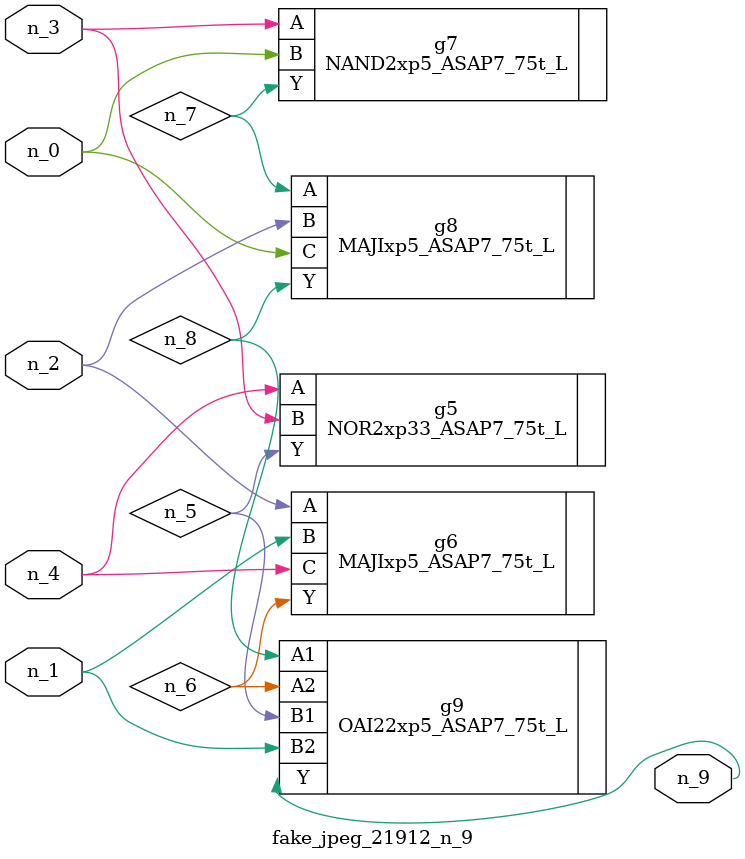
<source format=v>
module fake_jpeg_21912_n_9 (n_3, n_2, n_1, n_0, n_4, n_9);

input n_3;
input n_2;
input n_1;
input n_0;
input n_4;

output n_9;

wire n_8;
wire n_6;
wire n_5;
wire n_7;

NOR2xp33_ASAP7_75t_L g5 ( 
.A(n_4),
.B(n_3),
.Y(n_5)
);

MAJIxp5_ASAP7_75t_L g6 ( 
.A(n_2),
.B(n_1),
.C(n_4),
.Y(n_6)
);

NAND2xp5_ASAP7_75t_L g7 ( 
.A(n_3),
.B(n_0),
.Y(n_7)
);

MAJIxp5_ASAP7_75t_L g8 ( 
.A(n_7),
.B(n_2),
.C(n_0),
.Y(n_8)
);

OAI22xp5_ASAP7_75t_L g9 ( 
.A1(n_8),
.A2(n_6),
.B1(n_5),
.B2(n_1),
.Y(n_9)
);


endmodule
</source>
